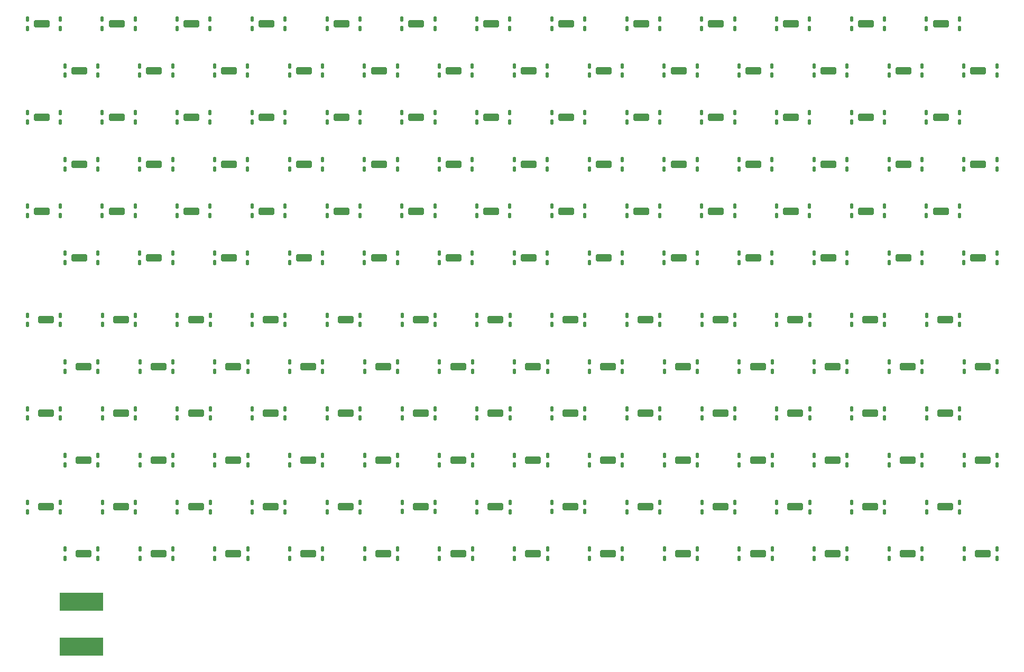
<source format=gtp>
G04 Layer_Color=8421504*
%FSLAX24Y24*%
%MOIN*%
G70*
G01*
G75*
G04:AMPARAMS|DCode=11|XSize=100mil|YSize=46.5mil|CornerRadius=11.6mil|HoleSize=0mil|Usage=FLASHONLY|Rotation=180.000|XOffset=0mil|YOffset=0mil|HoleType=Round|Shape=RoundedRectangle|*
%AMROUNDEDRECTD11*
21,1,0.1000,0.0232,0,0,180.0*
21,1,0.0768,0.0465,0,0,180.0*
1,1,0.0232,-0.0384,0.0116*
1,1,0.0232,0.0384,0.0116*
1,1,0.0232,0.0384,-0.0116*
1,1,0.0232,-0.0384,-0.0116*
%
%ADD11ROUNDEDRECTD11*%
G04:AMPARAMS|DCode=12|XSize=20.5mil|YSize=35.4mil|CornerRadius=5.1mil|HoleSize=0mil|Usage=FLASHONLY|Rotation=180.000|XOffset=0mil|YOffset=0mil|HoleType=Round|Shape=RoundedRectangle|*
%AMROUNDEDRECTD12*
21,1,0.0205,0.0252,0,0,180.0*
21,1,0.0102,0.0354,0,0,180.0*
1,1,0.0102,-0.0051,0.0126*
1,1,0.0102,0.0051,0.0126*
1,1,0.0102,0.0051,-0.0126*
1,1,0.0102,-0.0051,-0.0126*
%
%ADD12ROUNDEDRECTD12*%
%ADD13R,0.2756X0.1181*%
D11*
X67106Y56161D02*
D03*
X24862Y49311D02*
D03*
X29587D02*
D03*
X34311D02*
D03*
X39035D02*
D03*
X43760D02*
D03*
X48484D02*
D03*
X53209D02*
D03*
X22500Y46358D02*
D03*
X27224D02*
D03*
X31949D02*
D03*
X36673D02*
D03*
X41398D02*
D03*
X46122D02*
D03*
X50846D02*
D03*
X24862Y43406D02*
D03*
X29587D02*
D03*
X34311D02*
D03*
X39035D02*
D03*
X43760D02*
D03*
X48484D02*
D03*
X53209D02*
D03*
X22500Y40453D02*
D03*
X27224D02*
D03*
X31949D02*
D03*
X36673D02*
D03*
X41398D02*
D03*
X46122Y40463D02*
D03*
X50846Y40453D02*
D03*
X24862Y37500D02*
D03*
X29587D02*
D03*
X34311D02*
D03*
X39035D02*
D03*
X43760D02*
D03*
X48484D02*
D03*
X53209D02*
D03*
X22500Y52264D02*
D03*
X27224D02*
D03*
X31949D02*
D03*
X36673D02*
D03*
X41398D02*
D03*
X46122D02*
D03*
X50846D02*
D03*
X57933Y49311D02*
D03*
X62657D02*
D03*
X67382D02*
D03*
X72106D02*
D03*
X76831D02*
D03*
X81555D02*
D03*
X78917Y59114D02*
D03*
X55571Y46358D02*
D03*
X60295D02*
D03*
X65020D02*
D03*
X69744D02*
D03*
X74468D02*
D03*
X79193D02*
D03*
X81280Y62067D02*
D03*
X57933Y43406D02*
D03*
X62657D02*
D03*
X67382D02*
D03*
X72106D02*
D03*
X76831D02*
D03*
X81555D02*
D03*
X78917Y65020D02*
D03*
X55571Y40463D02*
D03*
X60295Y40453D02*
D03*
X65020D02*
D03*
X69744D02*
D03*
X74468D02*
D03*
X79193D02*
D03*
X57933Y37500D02*
D03*
X62657D02*
D03*
X67382D02*
D03*
X72106D02*
D03*
X76831D02*
D03*
X81555D02*
D03*
X78917Y70925D02*
D03*
X55571Y52264D02*
D03*
X60295D02*
D03*
X65020D02*
D03*
X69744D02*
D03*
X74468D02*
D03*
X79193D02*
D03*
X74193Y59114D02*
D03*
X69468D02*
D03*
X64744D02*
D03*
X60020D02*
D03*
X57657Y62067D02*
D03*
X52933D02*
D03*
X48209D02*
D03*
X76555D02*
D03*
X71831D02*
D03*
X67106D02*
D03*
X62382D02*
D03*
X55295Y65020D02*
D03*
X50571D02*
D03*
X45846D02*
D03*
X74193D02*
D03*
X69468D02*
D03*
X64744D02*
D03*
X60020D02*
D03*
X57657Y56161D02*
D03*
X52933D02*
D03*
X48209D02*
D03*
X76555Y67972D02*
D03*
X71831D02*
D03*
X67106D02*
D03*
X62382D02*
D03*
X57657D02*
D03*
X50571Y70925D02*
D03*
X45846D02*
D03*
X74193D02*
D03*
X69468D02*
D03*
X64744D02*
D03*
X60020D02*
D03*
X55295D02*
D03*
X52933Y67972D02*
D03*
X48209D02*
D03*
X76555Y56161D02*
D03*
X71831D02*
D03*
X62382D02*
D03*
X55295Y59114D02*
D03*
X50571D02*
D03*
X45846D02*
D03*
X43484Y62067D02*
D03*
X38760D02*
D03*
X34035D02*
D03*
X29311D02*
D03*
X22224Y59114D02*
D03*
X41122Y65020D02*
D03*
X36398D02*
D03*
X31673D02*
D03*
X26949D02*
D03*
X24587Y62067D02*
D03*
X43484Y56161D02*
D03*
X38760D02*
D03*
X34035D02*
D03*
X29311D02*
D03*
X22224Y65020D02*
D03*
X41122Y70925D02*
D03*
X36398D02*
D03*
X31673D02*
D03*
X26949D02*
D03*
X22224D02*
D03*
X43484Y67972D02*
D03*
X38760D02*
D03*
X34035D02*
D03*
X29311D02*
D03*
X24587D02*
D03*
X41122Y59114D02*
D03*
X36388D02*
D03*
X31673D02*
D03*
X26949D02*
D03*
X24587Y56161D02*
D03*
X81280Y67972D02*
D03*
Y56161D02*
D03*
D12*
X66201Y55876D02*
D03*
Y56467D02*
D03*
X68278Y55876D02*
D03*
Y56467D02*
D03*
X25768Y49596D02*
D03*
Y49006D02*
D03*
X23691Y49596D02*
D03*
Y49006D02*
D03*
X30492Y49596D02*
D03*
Y49006D02*
D03*
X28415Y49596D02*
D03*
Y49006D02*
D03*
X35217Y49596D02*
D03*
Y49006D02*
D03*
X33140Y49596D02*
D03*
Y49006D02*
D03*
X39941Y49596D02*
D03*
Y49006D02*
D03*
X37864Y49596D02*
D03*
Y49006D02*
D03*
X44665Y49596D02*
D03*
Y49006D02*
D03*
X42589Y49596D02*
D03*
Y49006D02*
D03*
X49390Y49596D02*
D03*
Y49006D02*
D03*
X47313Y49596D02*
D03*
Y49006D02*
D03*
X54114Y49596D02*
D03*
Y49006D02*
D03*
X52037Y49596D02*
D03*
Y49006D02*
D03*
X23406Y46644D02*
D03*
Y46053D02*
D03*
X21329Y46644D02*
D03*
Y46053D02*
D03*
X28130Y46644D02*
D03*
Y46053D02*
D03*
X26053Y46644D02*
D03*
Y46053D02*
D03*
X32854Y46644D02*
D03*
Y46053D02*
D03*
X30778Y46644D02*
D03*
Y46053D02*
D03*
X37579Y46644D02*
D03*
Y46053D02*
D03*
X35502Y46644D02*
D03*
Y46053D02*
D03*
X42303Y46644D02*
D03*
Y46053D02*
D03*
X40226Y46644D02*
D03*
Y46053D02*
D03*
X47028Y46644D02*
D03*
Y46053D02*
D03*
X44951Y46644D02*
D03*
Y46053D02*
D03*
X51752Y46644D02*
D03*
Y46053D02*
D03*
X49675Y46644D02*
D03*
Y46053D02*
D03*
X25768Y43691D02*
D03*
Y43100D02*
D03*
X23691Y43691D02*
D03*
Y43100D02*
D03*
X30492Y43691D02*
D03*
Y43100D02*
D03*
X28415Y43691D02*
D03*
Y43100D02*
D03*
X35217Y43691D02*
D03*
Y43100D02*
D03*
X33140Y43691D02*
D03*
Y43100D02*
D03*
X39941Y43691D02*
D03*
Y43100D02*
D03*
X37864Y43691D02*
D03*
Y43100D02*
D03*
X44665Y43691D02*
D03*
Y43100D02*
D03*
X42589Y43691D02*
D03*
Y43100D02*
D03*
X49390Y43691D02*
D03*
Y43100D02*
D03*
X47313Y43691D02*
D03*
Y43100D02*
D03*
X54114Y43691D02*
D03*
Y43100D02*
D03*
X52037Y43691D02*
D03*
Y43100D02*
D03*
X23406Y40738D02*
D03*
Y40148D02*
D03*
X21329Y40738D02*
D03*
Y40148D02*
D03*
X28130Y40738D02*
D03*
Y40148D02*
D03*
X26053Y40738D02*
D03*
Y40148D02*
D03*
X32854Y40738D02*
D03*
Y40148D02*
D03*
X30778Y40738D02*
D03*
Y40148D02*
D03*
X37579Y40738D02*
D03*
Y40148D02*
D03*
X35502Y40738D02*
D03*
Y40148D02*
D03*
X42303Y40738D02*
D03*
Y40148D02*
D03*
X40226Y40738D02*
D03*
Y40148D02*
D03*
X47028Y40748D02*
D03*
Y40157D02*
D03*
X44951Y40748D02*
D03*
Y40157D02*
D03*
X51752Y40738D02*
D03*
Y40148D02*
D03*
X49675Y40738D02*
D03*
Y40148D02*
D03*
X25768Y37785D02*
D03*
Y37195D02*
D03*
X23691Y37785D02*
D03*
Y37195D02*
D03*
X30492Y37785D02*
D03*
Y37195D02*
D03*
X28415Y37785D02*
D03*
Y37195D02*
D03*
X35217Y37785D02*
D03*
Y37195D02*
D03*
X33140Y37785D02*
D03*
Y37195D02*
D03*
X39941Y37785D02*
D03*
Y37195D02*
D03*
X37864Y37785D02*
D03*
Y37195D02*
D03*
X44665Y37785D02*
D03*
Y37195D02*
D03*
X42589Y37785D02*
D03*
Y37195D02*
D03*
X49390Y37785D02*
D03*
Y37195D02*
D03*
X47313Y37785D02*
D03*
Y37195D02*
D03*
X54114Y37785D02*
D03*
Y37195D02*
D03*
X52037Y37785D02*
D03*
Y37195D02*
D03*
X23406Y52549D02*
D03*
Y51959D02*
D03*
X21329Y52549D02*
D03*
Y51959D02*
D03*
X28130Y52549D02*
D03*
Y51959D02*
D03*
X26053Y52549D02*
D03*
Y51959D02*
D03*
X32854Y52549D02*
D03*
Y51959D02*
D03*
X30778Y52549D02*
D03*
Y51959D02*
D03*
X37579Y52549D02*
D03*
Y51959D02*
D03*
X35502Y52549D02*
D03*
Y51959D02*
D03*
X42303Y52549D02*
D03*
Y51959D02*
D03*
X40226Y52549D02*
D03*
Y51959D02*
D03*
X47028Y52549D02*
D03*
Y51959D02*
D03*
X44951Y52549D02*
D03*
Y51959D02*
D03*
X51752Y52549D02*
D03*
Y51959D02*
D03*
X49675Y52549D02*
D03*
Y51959D02*
D03*
X58839Y49596D02*
D03*
Y49006D02*
D03*
X56762Y49596D02*
D03*
Y49006D02*
D03*
X63563Y49596D02*
D03*
Y49006D02*
D03*
X61486Y49596D02*
D03*
Y49006D02*
D03*
X68287Y49596D02*
D03*
Y49006D02*
D03*
X66211Y49596D02*
D03*
Y49006D02*
D03*
X73012Y49596D02*
D03*
Y49006D02*
D03*
X70935Y49596D02*
D03*
Y49006D02*
D03*
X77736Y49596D02*
D03*
Y49006D02*
D03*
X75659Y49596D02*
D03*
Y49006D02*
D03*
X82461Y49596D02*
D03*
Y49006D02*
D03*
X80384Y49596D02*
D03*
Y49006D02*
D03*
X78012Y58829D02*
D03*
Y59419D02*
D03*
X80089Y58829D02*
D03*
Y59419D02*
D03*
X56476Y46644D02*
D03*
Y46053D02*
D03*
X54400Y46644D02*
D03*
Y46053D02*
D03*
X61201Y46644D02*
D03*
Y46053D02*
D03*
X59124Y46644D02*
D03*
Y46053D02*
D03*
X65925Y46644D02*
D03*
Y46053D02*
D03*
X63848Y46644D02*
D03*
Y46053D02*
D03*
X70650Y46644D02*
D03*
Y46053D02*
D03*
X68573Y46644D02*
D03*
Y46053D02*
D03*
X75374Y46644D02*
D03*
Y46053D02*
D03*
X73297Y46644D02*
D03*
Y46053D02*
D03*
X80098Y46644D02*
D03*
Y46053D02*
D03*
X78022Y46644D02*
D03*
Y46053D02*
D03*
X80374Y61782D02*
D03*
Y62372D02*
D03*
X82451Y61782D02*
D03*
Y62372D02*
D03*
X58839Y43691D02*
D03*
Y43100D02*
D03*
X56762Y43691D02*
D03*
Y43100D02*
D03*
X63563Y43691D02*
D03*
Y43100D02*
D03*
X61486Y43691D02*
D03*
Y43100D02*
D03*
X68287Y43691D02*
D03*
Y43100D02*
D03*
X66211Y43691D02*
D03*
Y43100D02*
D03*
X73012Y43691D02*
D03*
Y43100D02*
D03*
X70935Y43691D02*
D03*
Y43100D02*
D03*
X77736Y43691D02*
D03*
Y43100D02*
D03*
X75659Y43691D02*
D03*
Y43100D02*
D03*
X82461Y43691D02*
D03*
Y43100D02*
D03*
X80384Y43691D02*
D03*
Y43100D02*
D03*
X78012Y64734D02*
D03*
Y65325D02*
D03*
X80089Y64734D02*
D03*
Y65325D02*
D03*
X56476Y40748D02*
D03*
Y40157D02*
D03*
X54400Y40748D02*
D03*
Y40157D02*
D03*
X61201Y40738D02*
D03*
Y40148D02*
D03*
X59124Y40738D02*
D03*
Y40148D02*
D03*
X65925Y40738D02*
D03*
Y40148D02*
D03*
X63848Y40738D02*
D03*
Y40148D02*
D03*
X70650Y40738D02*
D03*
Y40148D02*
D03*
X68573Y40738D02*
D03*
Y40148D02*
D03*
X75374Y40738D02*
D03*
Y40148D02*
D03*
X73297Y40738D02*
D03*
Y40148D02*
D03*
X80098Y40738D02*
D03*
Y40148D02*
D03*
X78022Y40738D02*
D03*
Y40148D02*
D03*
X58839Y37785D02*
D03*
Y37195D02*
D03*
X56762Y37785D02*
D03*
Y37195D02*
D03*
X63563Y37785D02*
D03*
Y37195D02*
D03*
X61486Y37785D02*
D03*
Y37195D02*
D03*
X68287Y37785D02*
D03*
Y37195D02*
D03*
X66211Y37785D02*
D03*
Y37195D02*
D03*
X73012Y37785D02*
D03*
Y37195D02*
D03*
X70935Y37785D02*
D03*
Y37195D02*
D03*
X77736Y37785D02*
D03*
Y37195D02*
D03*
X75659Y37785D02*
D03*
Y37195D02*
D03*
X82461Y37785D02*
D03*
Y37195D02*
D03*
X80384Y37785D02*
D03*
Y37195D02*
D03*
X78012Y70640D02*
D03*
Y71230D02*
D03*
X80089Y70640D02*
D03*
Y71230D02*
D03*
X56476Y52549D02*
D03*
Y51959D02*
D03*
X54400Y52549D02*
D03*
Y51959D02*
D03*
X61201Y52549D02*
D03*
Y51959D02*
D03*
X59124Y52549D02*
D03*
Y51959D02*
D03*
X65925Y52549D02*
D03*
Y51959D02*
D03*
X63848Y52549D02*
D03*
Y51959D02*
D03*
X70650Y52549D02*
D03*
Y51959D02*
D03*
X68573Y52549D02*
D03*
Y51959D02*
D03*
X75374Y52549D02*
D03*
Y51959D02*
D03*
X73297Y52549D02*
D03*
Y51959D02*
D03*
X80098Y52549D02*
D03*
Y51959D02*
D03*
X78022Y52549D02*
D03*
Y51959D02*
D03*
X73287Y58829D02*
D03*
Y59419D02*
D03*
X75364Y58829D02*
D03*
Y59419D02*
D03*
X68563Y58829D02*
D03*
Y59419D02*
D03*
X70640Y58829D02*
D03*
Y59419D02*
D03*
X63839Y58829D02*
D03*
Y59419D02*
D03*
X65915Y58829D02*
D03*
Y59419D02*
D03*
X59114Y58829D02*
D03*
Y59419D02*
D03*
X61191Y58829D02*
D03*
Y59419D02*
D03*
X56752Y61782D02*
D03*
Y62372D02*
D03*
X58829Y61782D02*
D03*
Y62372D02*
D03*
X52028Y61782D02*
D03*
Y62372D02*
D03*
X54104Y61782D02*
D03*
Y62372D02*
D03*
X47303Y61782D02*
D03*
Y62372D02*
D03*
X49380Y61782D02*
D03*
Y62372D02*
D03*
X75650Y61782D02*
D03*
Y62372D02*
D03*
X77726Y61782D02*
D03*
Y62372D02*
D03*
X70925Y61782D02*
D03*
Y62372D02*
D03*
X73002Y61782D02*
D03*
Y62372D02*
D03*
X66201Y61782D02*
D03*
Y62372D02*
D03*
X68278Y61782D02*
D03*
Y62372D02*
D03*
X61476Y61782D02*
D03*
Y62372D02*
D03*
X63553Y61782D02*
D03*
Y62372D02*
D03*
X54390Y64734D02*
D03*
Y65325D02*
D03*
X56467Y64734D02*
D03*
Y65325D02*
D03*
X49665Y64734D02*
D03*
Y65325D02*
D03*
X51742Y64734D02*
D03*
Y65325D02*
D03*
X44941Y64734D02*
D03*
Y65325D02*
D03*
X47018Y64734D02*
D03*
Y65325D02*
D03*
X73287Y64734D02*
D03*
Y65325D02*
D03*
X75364Y64734D02*
D03*
Y65325D02*
D03*
X68563Y64734D02*
D03*
Y65325D02*
D03*
X70640Y64734D02*
D03*
Y65325D02*
D03*
X63839Y64734D02*
D03*
Y65325D02*
D03*
X65915Y64734D02*
D03*
Y65325D02*
D03*
X59114Y64734D02*
D03*
Y65325D02*
D03*
X61191Y64734D02*
D03*
Y65325D02*
D03*
X56752Y55876D02*
D03*
Y56467D02*
D03*
X58829Y55876D02*
D03*
Y56467D02*
D03*
X52028Y55876D02*
D03*
Y56467D02*
D03*
X54104Y55876D02*
D03*
Y56467D02*
D03*
X47303Y55876D02*
D03*
Y56467D02*
D03*
X49380Y55876D02*
D03*
Y56467D02*
D03*
X75650Y67687D02*
D03*
Y68278D02*
D03*
X77726Y67687D02*
D03*
Y68278D02*
D03*
X70925Y67687D02*
D03*
Y68278D02*
D03*
X73002Y67687D02*
D03*
Y68278D02*
D03*
X66201Y67687D02*
D03*
Y68278D02*
D03*
X68278Y67687D02*
D03*
Y68278D02*
D03*
X61476Y67687D02*
D03*
Y68278D02*
D03*
X63553Y67687D02*
D03*
Y68278D02*
D03*
X56752Y67687D02*
D03*
Y68278D02*
D03*
X58829Y67687D02*
D03*
Y68278D02*
D03*
X49665Y70640D02*
D03*
Y71230D02*
D03*
X51742Y70640D02*
D03*
Y71230D02*
D03*
X44941Y70640D02*
D03*
Y71230D02*
D03*
X47018Y70640D02*
D03*
Y71230D02*
D03*
X73287Y70640D02*
D03*
Y71230D02*
D03*
X75364Y70640D02*
D03*
Y71230D02*
D03*
X68563Y70640D02*
D03*
Y71230D02*
D03*
X70640Y70640D02*
D03*
Y71230D02*
D03*
X63839Y70640D02*
D03*
Y71230D02*
D03*
X65915Y70640D02*
D03*
Y71230D02*
D03*
X59114Y70640D02*
D03*
Y71230D02*
D03*
X61191Y70640D02*
D03*
Y71230D02*
D03*
X54390Y70640D02*
D03*
Y71230D02*
D03*
X56467Y70640D02*
D03*
Y71230D02*
D03*
X52028Y67687D02*
D03*
Y68278D02*
D03*
X54104Y67687D02*
D03*
Y68278D02*
D03*
X47303Y67687D02*
D03*
Y68278D02*
D03*
X49380Y67687D02*
D03*
Y68278D02*
D03*
X75650Y55876D02*
D03*
Y56467D02*
D03*
X77726Y55876D02*
D03*
Y56467D02*
D03*
X70925Y55876D02*
D03*
Y56467D02*
D03*
X73002Y55876D02*
D03*
Y56467D02*
D03*
X61476Y55876D02*
D03*
Y56467D02*
D03*
X63553Y55876D02*
D03*
Y56467D02*
D03*
X54390Y58829D02*
D03*
Y59419D02*
D03*
X56467Y58829D02*
D03*
Y59419D02*
D03*
X49665Y58829D02*
D03*
Y59419D02*
D03*
X51742Y58829D02*
D03*
Y59419D02*
D03*
X44941Y58829D02*
D03*
Y59419D02*
D03*
X47018Y58829D02*
D03*
Y59419D02*
D03*
X42579Y61782D02*
D03*
Y62372D02*
D03*
X44656Y61782D02*
D03*
Y62372D02*
D03*
X37854Y61782D02*
D03*
Y62372D02*
D03*
X39931Y61782D02*
D03*
Y62372D02*
D03*
X33130Y61782D02*
D03*
Y62372D02*
D03*
X35207Y61782D02*
D03*
Y62372D02*
D03*
X28406Y61782D02*
D03*
Y62372D02*
D03*
X30482Y61782D02*
D03*
Y62372D02*
D03*
X21319Y58829D02*
D03*
Y59419D02*
D03*
X23396Y58829D02*
D03*
Y59419D02*
D03*
X40217Y64734D02*
D03*
Y65325D02*
D03*
X42293Y64734D02*
D03*
Y65325D02*
D03*
X35492Y64734D02*
D03*
Y65325D02*
D03*
X37569Y64734D02*
D03*
Y65325D02*
D03*
X30768Y64734D02*
D03*
Y65325D02*
D03*
X32844Y64734D02*
D03*
Y65325D02*
D03*
X26043Y64734D02*
D03*
Y65325D02*
D03*
X28120Y64734D02*
D03*
Y65325D02*
D03*
X23681Y61782D02*
D03*
Y62372D02*
D03*
X25758Y61782D02*
D03*
Y62372D02*
D03*
X42579Y55876D02*
D03*
Y56467D02*
D03*
X44656Y55876D02*
D03*
Y56467D02*
D03*
X37854Y55876D02*
D03*
Y56467D02*
D03*
X39931Y55876D02*
D03*
Y56467D02*
D03*
X33130Y55876D02*
D03*
Y56467D02*
D03*
X35207Y55876D02*
D03*
Y56467D02*
D03*
X28406Y55876D02*
D03*
Y56467D02*
D03*
X30482Y55876D02*
D03*
Y56467D02*
D03*
X21319Y64734D02*
D03*
Y65325D02*
D03*
X23396Y64734D02*
D03*
Y65325D02*
D03*
X40217Y70640D02*
D03*
Y71230D02*
D03*
X42293Y70640D02*
D03*
Y71230D02*
D03*
X35492Y70640D02*
D03*
Y71230D02*
D03*
X37569Y70640D02*
D03*
Y71230D02*
D03*
X30768Y70640D02*
D03*
Y71230D02*
D03*
X32844Y70640D02*
D03*
Y71230D02*
D03*
X26043Y70640D02*
D03*
Y71230D02*
D03*
X28120Y70640D02*
D03*
Y71230D02*
D03*
X21319Y70640D02*
D03*
Y71230D02*
D03*
X23396Y70640D02*
D03*
Y71230D02*
D03*
X42579Y67687D02*
D03*
Y68278D02*
D03*
X44656Y67687D02*
D03*
Y68278D02*
D03*
X37854Y67687D02*
D03*
Y68278D02*
D03*
X39931Y67687D02*
D03*
Y68278D02*
D03*
X33130Y67687D02*
D03*
Y68278D02*
D03*
X35207Y67687D02*
D03*
Y68278D02*
D03*
X28406Y67687D02*
D03*
Y68278D02*
D03*
X30482Y67687D02*
D03*
Y68278D02*
D03*
X23681Y67687D02*
D03*
Y68278D02*
D03*
X25758Y67687D02*
D03*
Y68278D02*
D03*
X40217Y58829D02*
D03*
Y59419D02*
D03*
X42293Y58829D02*
D03*
Y59419D02*
D03*
X35482Y58829D02*
D03*
Y59419D02*
D03*
X37559Y58829D02*
D03*
Y59419D02*
D03*
X30768Y58829D02*
D03*
Y59419D02*
D03*
X32844Y58829D02*
D03*
Y59419D02*
D03*
X26043Y58829D02*
D03*
Y59419D02*
D03*
X28120Y58829D02*
D03*
Y59419D02*
D03*
X23681Y55876D02*
D03*
Y56467D02*
D03*
X25758Y55876D02*
D03*
Y56467D02*
D03*
X80374Y67687D02*
D03*
Y68278D02*
D03*
X82451Y67687D02*
D03*
Y68278D02*
D03*
X80374Y55876D02*
D03*
Y56467D02*
D03*
X82451Y55876D02*
D03*
Y56467D02*
D03*
D13*
X24724Y34469D02*
D03*
Y31634D02*
D03*
M02*

</source>
